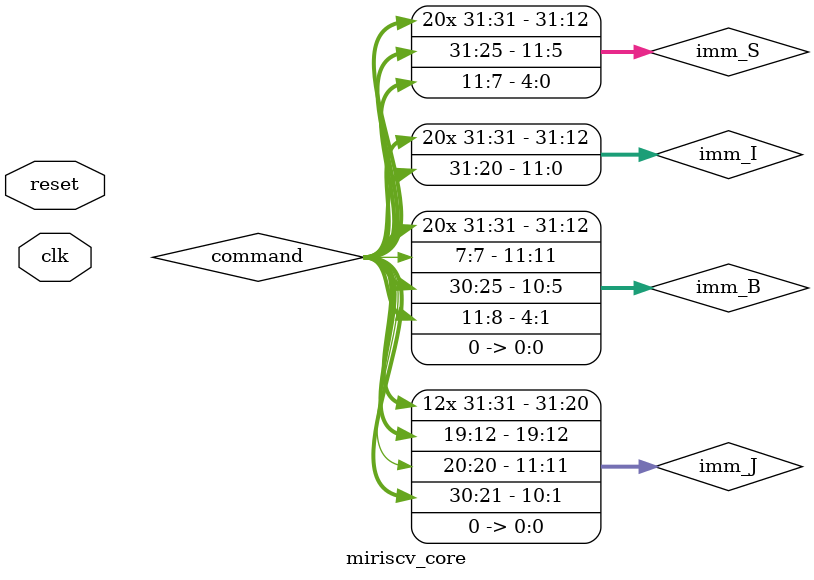
<source format=v>
`timescale 1ns / 1ps
module miriscv_core (
	input           clk,
	input           reset
	);

    reg		[31:0]	PC;
	wire	[31:0]	command;
	wire	[31:0]	data[0:3];
	wire			comp;
	wire    [31:0]  mul[0:5];
	wire	[31:0]	imm_I;
	wire	[31:0]	imm_S;
	wire	[31:0]	imm_J;
	wire	[31:0]	imm_B;

	wire	[1:0]	ex_op_a_sel_o;
	wire	[2:0]	ex_op_b_sel_o;  
	wire	[4:0]	alu_op_o;  
	wire			mem_req_o;      
	wire			mem_we_o;      
	wire	[2:0]	mem_size_o;     
	wire			gpr_we_a_o;     
	wire			wb_src_sel_o;   
	wire			illegal_instr_o;
	wire			branch_o;
	wire			jal_o;       
	wire			jalr_o;         

	riscv_decode	dec_one(
		.fetched_instr_i(command),
		.ex_op_a_sel_o(ex_op_a_sel_o),
		.ex_op_b_sel_o(ex_op_b_sel_o),
		.alu_op_o(alu_op_o),  
		.mem_req_o(mem_req_o),
		.mem_we_o(mem_we_o),
		.mem_size_o(mem_size_o),
		.gpr_we_a_o(gpr_we_a_o),
		.wb_src_sel_o(wb_src_sel_o),
		.illegal_instr_o(illegal_instr_o),
		.branch_o(branch_o),
		.jal_o(jal_o),
		.jalr_o(jalr_o)
	);

	ram ram_one(
			.ad(PC),
			.rd(command)
		);
	
	register_file   regfile_one(
			.clk(clk),
			.reset(reset),
			.a1(command[19:15]),
			.a2(command[24:20]),
			.a3(command[11:7]),
			.wd3(mul[2]),
			.we(gpr_we_a_o),
			.rd1(data[0]),
			.rd2(data[1])
		);  
	
	miriscv_alu mir_one(
			.operator_i(alu_op_o),
			.operand_a_i(mul[0]),
			.operand_b_i(mul[1]),
			.result_o(data[2]),
			.comparison_result_o(comp)
		);

	data_memory	dmem_one(
			.clk(clk),
			.we(mem_we_o),
			.i({mem_req_o, mem_size_o}),
			.wd(data[1]),
			.ad(data[2]),
			.rd(data[3])
		);

	always @(posedge clk)
	begin
		if (reset)
			PC <= 0;
		else
			PC <= mul[5];
	end
	
	assign	mul[0] = ex_op_a_sel_o == 0 ? data[0] : (ex_op_a_sel_o == 1 ? PC : 0);
	assign	mul[1] = ex_op_b_sel_o == 0 ? data[1] : (ex_op_b_sel_o == 1 ? imm_I : 
					(ex_op_b_sel_o == 2 ? {command[31:12], 12'd0} : 
					(ex_op_b_sel_o == 3 ? imm_S : 'd4)));
	assign  mul[2] = wb_src_sel_o ? data[3] : data[2];
	assign  mul[4] = branch_o ? imm_B : imm_J;
	assign  mul[3] = (jal_o | (comp & branch_o)) ? mul[4] : 'd4;
	assign  mul[5] = jalr_o ? data[0] : PC + mul[3];

    assign  imm_I = {{20{command[31]}}, command[31:20]};
    assign  imm_S = {{20{command[31]}}, command[31:25], command[11:7]};
    assign  imm_J = {{12{command[31]}}, command[31], command[19:12], command[20], command[30:21], 1'b0};
    assign  imm_B = {{20{command[31]}}, command[31], command[7], command[30:25], command[11:8], 1'b0};

endmodule
</source>
